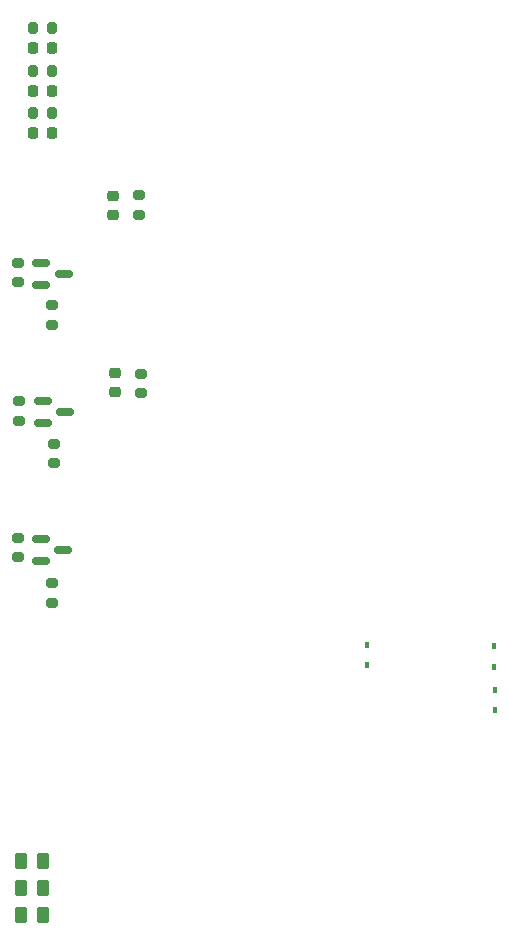
<source format=gtp>
G04 #@! TF.GenerationSoftware,KiCad,Pcbnew,(6.0.11-0)*
G04 #@! TF.CreationDate,2025-05-14T22:18:42-06:00*
G04 #@! TF.ProjectId,AnalogPCB,416e616c-6f67-4504-9342-2e6b69636164,rev?*
G04 #@! TF.SameCoordinates,Original*
G04 #@! TF.FileFunction,Paste,Top*
G04 #@! TF.FilePolarity,Positive*
%FSLAX46Y46*%
G04 Gerber Fmt 4.6, Leading zero omitted, Abs format (unit mm)*
G04 Created by KiCad (PCBNEW (6.0.11-0)) date 2025-05-14 22:18:42*
%MOMM*%
%LPD*%
G01*
G04 APERTURE LIST*
G04 Aperture macros list*
%AMRoundRect*
0 Rectangle with rounded corners*
0 $1 Rounding radius*
0 $2 $3 $4 $5 $6 $7 $8 $9 X,Y pos of 4 corners*
0 Add a 4 corners polygon primitive as box body*
4,1,4,$2,$3,$4,$5,$6,$7,$8,$9,$2,$3,0*
0 Add four circle primitives for the rounded corners*
1,1,$1+$1,$2,$3*
1,1,$1+$1,$4,$5*
1,1,$1+$1,$6,$7*
1,1,$1+$1,$8,$9*
0 Add four rect primitives between the rounded corners*
20,1,$1+$1,$2,$3,$4,$5,0*
20,1,$1+$1,$4,$5,$6,$7,0*
20,1,$1+$1,$6,$7,$8,$9,0*
20,1,$1+$1,$8,$9,$2,$3,0*%
G04 Aperture macros list end*
%ADD10R,0.406400X0.609600*%
%ADD11RoundRect,0.218750X0.218750X0.256250X-0.218750X0.256250X-0.218750X-0.256250X0.218750X-0.256250X0*%
%ADD12RoundRect,0.200000X0.200000X0.275000X-0.200000X0.275000X-0.200000X-0.275000X0.200000X-0.275000X0*%
%ADD13RoundRect,0.150000X-0.587500X-0.150000X0.587500X-0.150000X0.587500X0.150000X-0.587500X0.150000X0*%
%ADD14RoundRect,0.200000X0.275000X-0.200000X0.275000X0.200000X-0.275000X0.200000X-0.275000X-0.200000X0*%
%ADD15RoundRect,0.218750X-0.256250X0.218750X-0.256250X-0.218750X0.256250X-0.218750X0.256250X0.218750X0*%
%ADD16RoundRect,0.218750X0.256250X-0.218750X0.256250X0.218750X-0.256250X0.218750X-0.256250X-0.218750X0*%
%ADD17RoundRect,0.250000X-0.262500X-0.450000X0.262500X-0.450000X0.262500X0.450000X-0.262500X0.450000X0*%
%ADD18RoundRect,0.250000X0.262500X0.450000X-0.262500X0.450000X-0.262500X-0.450000X0.262500X-0.450000X0*%
%ADD19RoundRect,0.200000X-0.275000X0.200000X-0.275000X-0.200000X0.275000X-0.200000X0.275000X0.200000X0*%
G04 APERTURE END LIST*
D10*
X91800000Y-123750900D03*
X91800000Y-122049100D03*
D11*
X54387500Y-75000000D03*
X52812500Y-75000000D03*
D12*
X54425000Y-69700000D03*
X52775000Y-69700000D03*
D11*
X54387500Y-78600000D03*
X52812500Y-78600000D03*
D13*
X53610000Y-101250000D03*
X53610000Y-103150000D03*
X55485000Y-102200000D03*
D14*
X54400000Y-118325000D03*
X54400000Y-116675000D03*
X61900000Y-100625000D03*
X61900000Y-98975000D03*
D15*
X59600000Y-83912500D03*
X59600000Y-85487500D03*
D16*
X59700000Y-100487500D03*
X59700000Y-98912500D03*
D11*
X54387500Y-71400000D03*
X52812500Y-71400000D03*
D14*
X54600000Y-106525000D03*
X54600000Y-104875000D03*
X51585000Y-102925000D03*
X51585000Y-101275000D03*
D17*
X51775000Y-144800000D03*
X53600000Y-144800000D03*
D12*
X54425000Y-76900000D03*
X52775000Y-76900000D03*
D18*
X53600000Y-140200000D03*
X51775000Y-140200000D03*
D14*
X54400000Y-94825000D03*
X54400000Y-93175000D03*
X51500000Y-114500000D03*
X51500000Y-112850000D03*
D10*
X81100000Y-123650900D03*
X81100000Y-121949100D03*
D13*
X53500000Y-89575000D03*
X53500000Y-91475000D03*
X55375000Y-90525000D03*
X53462500Y-112925000D03*
X53462500Y-114825000D03*
X55337500Y-113875000D03*
D17*
X51775000Y-142500000D03*
X53600000Y-142500000D03*
D10*
X91900000Y-125749100D03*
X91900000Y-127450900D03*
D12*
X54425000Y-73300000D03*
X52775000Y-73300000D03*
D19*
X61800000Y-83850000D03*
X61800000Y-85500000D03*
D14*
X51500000Y-91225000D03*
X51500000Y-89575000D03*
M02*

</source>
